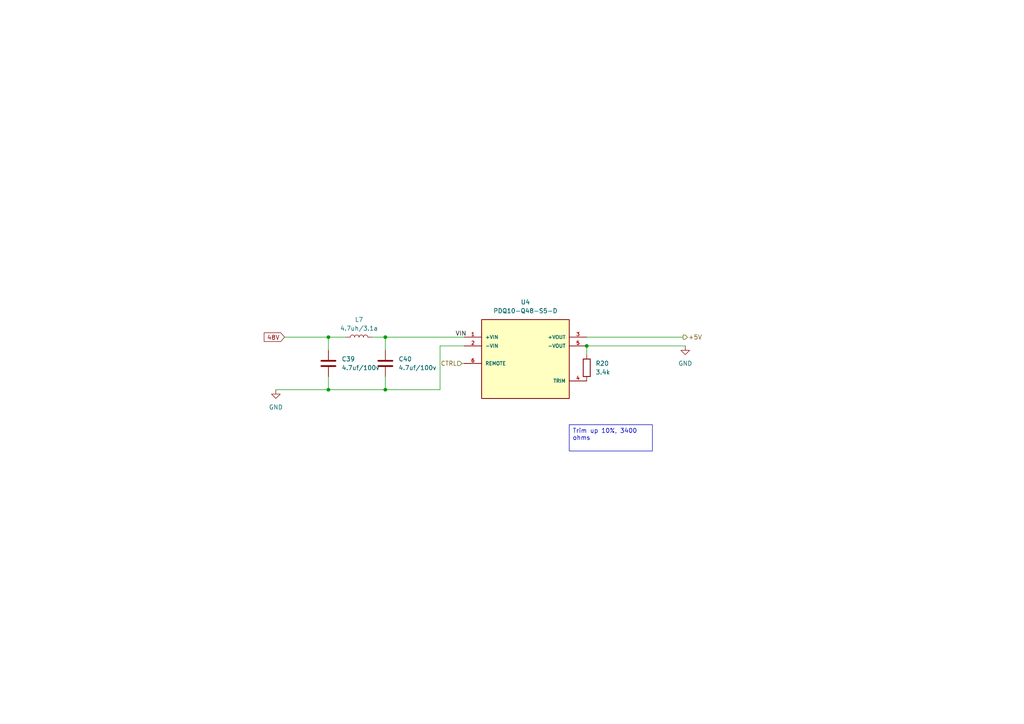
<source format=kicad_sch>
(kicad_sch (version 20231120) (generator "eeschema") (generator_version "8.0")
  (paper "A4")
  (lib_symbols
    (symbol "BCRL_power_supply:PDQ10-Q48-S5-D" (pin_names (offset 1.016))
      (property "Reference" "U" (at -12.725 10.1799 0))
      (property "Value" "PDQ10-Q48-S5-D" (at -12.7248 -15.2698 0))
      (symbol "PDQ10-Q48-S5-D_0_0"
        (rectangle (start -12.7 -12.7) (end 12.7 10.16) (stroke (width 0.254)) (fill (type background)))
        (pin input line (at -17.78 5.08 0) (length 5.08) (name "+VIN") (number "1"))
        (pin input line (at -17.78 2.54 0) (length 5.08) (name "-VIN") (number "2"))
        (pin output line (at 17.78 5.08 180) (length 5.08) (name "+VOUT") (number "3"))
        (pin passive line (at 17.78 -7.62 180) (length 5.08) (name "TRIM") (number "4"))
        (pin output line (at 17.78 2.54 180) (length 5.08) (name "-VOUT") (number "5"))
        (pin input line (at -17.78 -2.54 0) (length 5.08) (name "REMOTE") (number "6"))
      )
    )
    (symbol "Device:C" (pin_numbers hide) (pin_names (offset 0.254))
      (property "Reference" "C" (at 0.635 2.54 0))
      (property "Value" "C" (at 0.635 -2.54 0))
      (symbol "C_0_1"
        (polyline (pts (xy -2.032 -0.762) (xy 2.032 -0.762)) (stroke (width 0.508)))
        (polyline (pts (xy -2.032 0.762) (xy 2.032 0.762)) (stroke (width 0.508)))
      )
      (symbol "C_1_1"
        (pin passive line (at 0 3.81 270) (length 2.794) (name "~") (number "1"))
        (pin passive line (at 0 -3.81 90) (length 2.794) (name "~") (number "2"))
      )
    )
    (symbol "Device:L" (pin_numbers hide) (pin_names (offset 1.016) hide)
      (property "Reference" "L" (at -1.27 0 90))
      (property "Value" "L" (at 1.905 0 90))
      (symbol "L_0_1"
        (arc (start 0 -2.54) (mid 0.6323 -1.905) (end 0 -1.27))
        (arc (start 0 -1.27) (mid 0.6323 -0.635) (end 0 0))
        (arc (start 0 0) (mid 0.6323 0.635) (end 0 1.27))
        (arc (start 0 1.27) (mid 0.6323 1.905) (end 0 2.54))
      )
      (symbol "L_1_1"
        (pin passive line (at 0 3.81 270) (length 1.27) (name "1") (number "1"))
        (pin passive line (at 0 -3.81 90) (length 1.27) (name "2") (number "2"))
      )
    )
    (symbol "Device:R" (pin_numbers hide) (pin_names (offset 0))
      (property "Reference" "R" (at 2.032 0 90))
      (property "Value" "R" (at 0 0 90))
      (symbol "R_0_1"
        (rectangle (start -1.016 -2.54) (end 1.016 2.54) (stroke (width 0.254)))
      )
      (symbol "R_1_1"
        (pin passive line (at 0 3.81 270) (length 1.27) (name "~") (number "1"))
        (pin passive line (at 0 -3.81 90) (length 1.27) (name "~") (number "2"))
      )
    )
    (symbol "power:GND" (power) (pin_names (offset 0))
      (property "Value" "GND" (at 0 -3.81 0))
      (symbol "GND_0_1"
        (polyline (pts (xy 0 0) (xy 0 -1.27) (xy 1.27 -1.27) (xy 0 -2.54) (xy -1.27 -1.27) (xy 0 -1.27)))
      )
      (symbol "GND_1_1"
        (pin power_in line (at 0 0 270) (length 0) hide (name "GND") (number "1"))
      )
    )
  )
  (junction (at 111.76 113.03))
  (junction (at 170.18 100.33))
  (junction (at 95.25 113.03))
  (junction (at 95.25 97.79))
  (junction (at 111.76 97.79))
  (wire (pts (xy 170.18 100.33) (xy 170.18 102.87)))
  (wire (pts (xy 107.95 97.79) (xy 111.76 97.79)))
  (wire (pts (xy 95.25 113.03) (xy 111.76 113.03)))
  (wire (pts (xy 170.18 97.79) (xy 198.12 97.79)))
  (wire (pts (xy 95.25 97.79) (xy 95.25 101.6)))
  (wire (pts (xy 80.01 113.03) (xy 95.25 113.03)))
  (wire (pts (xy 127.635 100.33) (xy 134.62 100.33)))
  (wire (pts (xy 82.55 97.79) (xy 95.25 97.79)))
  (wire (pts (xy 111.76 97.79) (xy 134.62 97.79)))
  (wire (pts (xy 111.76 113.03) (xy 127.635 113.03)))
  (wire (pts (xy 170.18 100.33) (xy 198.755 100.33)))
  (wire (pts (xy 95.25 97.79) (xy 100.33 97.79)))
  (wire (pts (xy 111.76 109.22) (xy 111.76 113.03)))
  (wire (pts (xy 133.985 105.41) (xy 134.62 105.41)))
  (wire (pts (xy 127.635 113.03) (xy 127.635 100.33)))
  (wire (pts (xy 95.25 109.22) (xy 95.25 113.03)))
  (wire (pts (xy 111.76 97.79) (xy 111.76 101.6)))
  (text_box "Trim up 10%, 3400 ohms\n" (at 165.1 123.19 0) (size 24.13 7.62) (effects (font (size 1.27 1.27)) (justify left top)))
  (label "VIN" (at 132.08 97.79 0))
  (global_label "48V" (shape input) (at 82.55 97.79 180) (property "Intersheetrefs" "${INTERSHEET_REFS}" (effects (hide yes))))
  (hierarchical_label "+5V" (shape output) (at 198.12 97.79 0))
  (hierarchical_label "CTRL" (shape input) (at 133.985 105.41 180))
  (symbol (lib_id "Device:C") (at 95.25 105.41 0) (unit 1)
    (property "Reference" "C39" (at 99.06 104.14 0) (effects (justify left)))
    (property "Value" "4.7uf/100v" (at 99.06 106.68 0) (effects (justify left)))
    (property "Footprint" "Capacitor_SMD:C_0603_1608Metric" (effects (hide yes)))
    (property "LCSC" "C784420" (effects (hide yes)))
    (instances (project "bcrl_power_supply" (path "" (reference "C39") (unit 1)) (path "" (reference "C41") (unit 1)) (path "" (reference "C54") (unit 1)) (path "" (reference "C58") (unit 1)) (path "" (reference "C71") (unit 1)) (path "" (reference "C73") (unit 1)) (path "" (reference "C60") (unit 1)) (path "" (reference "C123") (unit 1)) (path "" (reference "C1") (unit 1)) (path "" (reference "C3") (unit 1)) (path "" (reference "C52") (unit 1)) (path "" (reference "C43") (unit 1))))
  )
  (symbol (lib_id "Device:R") (at 170.18 106.68 0) (unit 1)
    (property "Reference" "R20" (at 172.72 105.41 0) (effects (justify left)))
    (property "Value" "3.4k" (at 172.72 107.95 0) (effects (justify left)))
    (property "Footprint" "Resistor_SMD:R_0603_1608Metric" (effects (hide yes)))
    (instances (project "bcrl_power_supply" (path "" (reference "R20") (unit 1)) (path "" (reference "R29") (unit 1)) (path "" (reference "R35") (unit 1)) (path "" (reference "R37") (unit 1)) (path "" (reference "R40") (unit 1)) (path "" (reference "R41") (unit 1)) (path "" (reference "R38") (unit 1)) (path "" (reference "R48") (unit 1)) (path "" (reference "R9") (unit 1)) (path "" (reference "R10") (unit 1)) (path "" (reference "R31") (unit 1)) (path "" (reference "R32") (unit 1))))
  )
  (symbol (lib_id "Device:C") (at 111.76 105.41 0) (unit 1)
    (property "Reference" "C40" (at 115.57 104.14 0) (effects (justify left)))
    (property "Value" "4.7uf/100v" (at 115.57 106.68 0) (effects (justify left)))
    (property "Footprint" "Capacitor_SMD:C_0603_1608Metric" (effects (hide yes)))
    (property "LCSC" "C784420" (effects (hide yes)))
    (instances (project "bcrl_power_supply" (path "" (reference "C40") (unit 1)) (path "" (reference "C42") (unit 1)) (path "" (reference "C55") (unit 1)) (path "" (reference "C59") (unit 1)) (path "" (reference "C72") (unit 1)) (path "" (reference "C74") (unit 1)) (path "" (reference "C61") (unit 1)) (path "" (reference "C124") (unit 1)) (path "" (reference "C2") (unit 1)) (path "" (reference "C4") (unit 1)) (path "" (reference "C53") (unit 1)) (path "" (reference "C44") (unit 1))))
  )
  (symbol (lib_id "Device:L") (at 104.14 97.79 90) (unit 1)
    (property "Reference" "L7" (at 104.14 92.71 90))
    (property "Value" "4.7uh/3.1a" (at 104.14 95.25 90))
    (property "Footprint" "Inductor_SMD:L_0603_1608Metric" (effects (hide yes)))
    (instances (project "bcrl_power_supply" (path "" (reference "L7") (unit 1)) (path "" (reference "L8") (unit 1)) (path "" (reference "L12") (unit 1)) (path "" (reference "L14") (unit 1)) (path "" (reference "L18") (unit 1)) (path "" (reference "L19") (unit 1)) (path "" (reference "L15") (unit 1)) (path "" (reference "L26") (unit 1)) (path "" (reference "L1") (unit 1)) (path "" (reference "L2") (unit 1)) (path "" (reference "L11") (unit 1)) (path "" (reference "L9") (unit 1))))
  )
  (symbol (lib_id "BCRL_power_supply:PDQ10-Q48-S5-D") (at 152.4 102.87 0) (unit 1)
    (property "Reference" "U4" (at 152.4 87.63 0))
    (property "Value" "PDQ10-Q48-S5-D" (at 152.4 90.17 0))
    (property "Footprint" "BCRL_power_supply:CONV_PDQ10-Q48-S5-D" (effects (hide yes)))
    (property "PARTREV" "1.0" (effects (hide yes)))
    (property "MANUFACTURER" "CUI Inc" (effects (hide yes)))
    (instances (project "bcrl_power_supply" (path "" (reference "U4") (unit 1)) (path "" (reference "U5") (unit 1)) (path "" (reference "U8") (unit 1)) (path "" (reference "U10") (unit 1)) (path "" (reference "U13") (unit 1)) (path "" (reference "U14") (unit 1)) (path "" (reference "U11") (unit 1)) (path "" (reference "U15") (unit 1)) (path "" (reference "U1") (unit 1)) (path "" (reference "U2") (unit 1)) (path "" (reference "U7") (unit 1)) (path "" (reference "U6") (unit 1))))
  )
  (symbol (lib_id "power:GND") (at 80.01 113.03 0) (unit 1)
    (property "Reference" "#PWR079" (effects (hide yes)))
    (property "Value" "GND" (at 80.01 118.11 0))
    (instances (project "bcrl_power_supply" (path "" (reference "#PWR079") (unit 1)) (path "" (reference "#PWR0139") (unit 1)) (path "" (reference "#PWR0150") (unit 1)) (path "" (reference "#PWR0154") (unit 1)) (path "" (reference "#PWR0162") (unit 1)) (path "" (reference "#PWR0164") (unit 1)) (path "" (reference "#PWR0156") (unit 1)) (path "" (reference "#PWR0184") (unit 1)) (path "" (reference "#PWR056") (unit 1)) (path "" (reference "#PWR058") (unit 1)) (path "" (reference "#PWR0145") (unit 1)) (path "" (reference "#PWR0158") (unit 1))))
  )
  (symbol (lib_id "power:GND") (at 198.755 100.33 0) (unit 1)
    (property "Reference" "#PWR080" (effects (hide yes)))
    (property "Value" "GND" (at 198.755 105.41 0))
    (instances (project "bcrl_power_supply" (path "" (reference "#PWR080") (unit 1)) (path "" (reference "#PWR0140") (unit 1)) (path "" (reference "#PWR0151") (unit 1)) (path "" (reference "#PWR0155") (unit 1)) (path "" (reference "#PWR0163") (unit 1)) (path "" (reference "#PWR0165") (unit 1)) (path "" (reference "#PWR0157") (unit 1)) (path "" (reference "#PWR0185") (unit 1)) (path "" (reference "#PWR057") (unit 1)) (path "" (reference "#PWR059") (unit 1)) (path "" (reference "#PWR0146") (unit 1)) (path "" (reference "#PWR0159") (unit 1))))
  )
)
</source>
